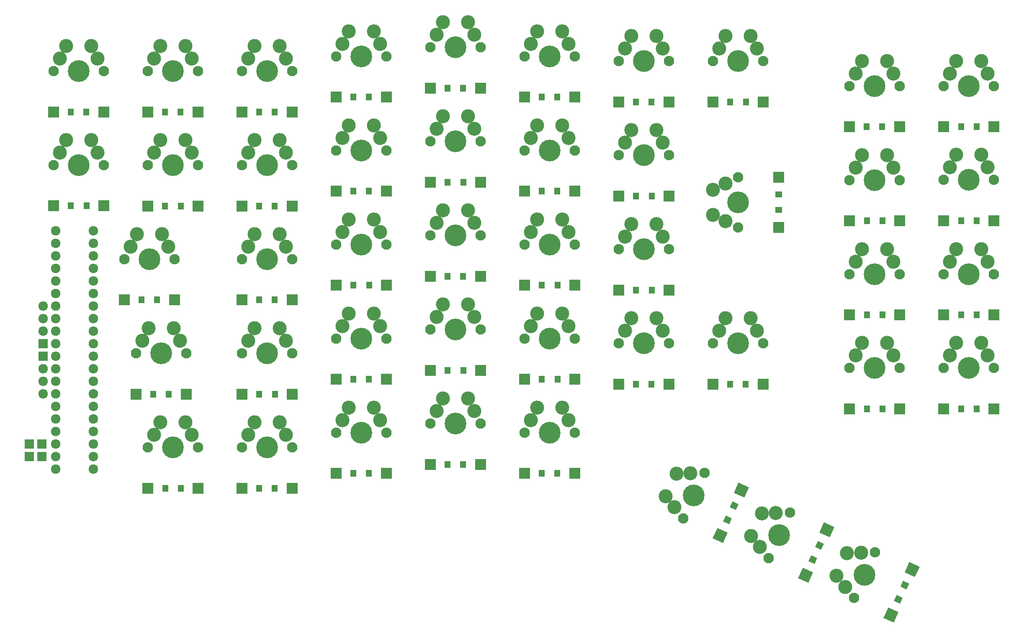
<source format=gts>
G04 This is an RS-274x file exported by *
G04 gerbv version 2.6.0 *
G04 More information is available about gerbv at *
G04 http://gerbv.gpleda.org/ *
G04 --End of header info--*
%MOIN*%
%FSLAX34Y34*%
%IPPOS*%
G04 --Define apertures--*
%ADD10C,0.0039*%
%ADD11R,0.0512X0.0531*%
%ADD12C,0.0827*%
%ADD13R,0.0906X0.0906*%
%ADD14C,0.1117*%
%ADD15C,0.1732*%
%ADD16C,0.0757*%
%ADD17R,0.0757X0.0757*%
%ADD18R,0.0531X0.0512*%
G04 --Start main section--*
G54D11*
G01X0030667Y-040510D03*
G01X0029427Y-040510D03*
G54D12*
G01X0028047Y-037260D03*
G54D13*
G01X0032047Y-040510D03*
G54D14*
G01X0028547Y-036260D03*
G01X0031047Y-035260D03*
G01X0029047Y-035260D03*
G01X0031547Y-036260D03*
G54D15*
G01X0030047Y-037260D03*
G54D13*
G01X0028047Y-040510D03*
G54D12*
G01X0032047Y-037260D03*
G54D16*
G01X0016200Y-033500D03*
G01X0016200Y-034500D03*
G01X0016200Y-035500D03*
G01X0016200Y-036500D03*
G01X0016200Y-040500D03*
G01X0016200Y-039500D03*
G01X0016200Y-038500D03*
G01X0016200Y-037500D03*
G01X0016200Y-032500D03*
G01X0016200Y-031500D03*
G01X0016200Y-030500D03*
G01X0016200Y-029500D03*
G01X0016200Y-028500D03*
G01X0016200Y-027500D03*
G01X0013200Y-027500D03*
G01X0013200Y-028500D03*
G01X0013200Y-029500D03*
G01X0013200Y-030500D03*
G01X0013200Y-031500D03*
G01X0013200Y-032500D03*
G01X0013200Y-033500D03*
G01X0013200Y-034500D03*
G01X0013200Y-035500D03*
G01X0013200Y-036500D03*
G01X0013200Y-037500D03*
G01X0013200Y-038500D03*
G01X0013200Y-039500D03*
G01X0013200Y-040500D03*
G01X0012200Y-038500D03*
G54D17*
G01X0012200Y-037500D03*
G54D16*
G01X0012200Y-039500D03*
G01X0012200Y-040500D03*
G01X0012200Y-035500D03*
G54D17*
G01X0012200Y-036500D03*
G54D16*
G01X0012200Y-034500D03*
G01X0012200Y-033500D03*
G54D11*
G01X0015663Y-018010D03*
G01X0014423Y-018010D03*
G54D12*
G01X0013043Y-014760D03*
G54D13*
G01X0017043Y-018010D03*
G54D14*
G01X0013543Y-013760D03*
G01X0016043Y-012760D03*
G01X0014043Y-012760D03*
G01X0016543Y-013760D03*
G54D15*
G01X0015043Y-014760D03*
G54D13*
G01X0013043Y-018010D03*
G54D12*
G01X0017043Y-014760D03*
G54D10*
G36*
G01X0080958Y-056097D02*
G01X0080477Y-055872D01*
G01X0080693Y-055408D01*
G01X0081175Y-055633D01*
G01X0080958Y-056097D01*
G01X0080958Y-056097D01*
G37*
G36*
G01X0080434Y-057221D02*
G01X0079953Y-056996D01*
G01X0080169Y-056532D01*
G01X0080651Y-056757D01*
G01X0080434Y-057221D01*
G01X0080434Y-057221D01*
G37*
G54D12*
G01X0076773Y-056754D03*
G54D10*
G36*
G01X0081628Y-055104D02*
G01X0080807Y-054721D01*
G01X0081190Y-053900D01*
G01X0082011Y-054283D01*
G01X0081628Y-055104D01*
G01X0081628Y-055104D01*
G37*
G54D14*
G01X0076078Y-055878D03*
G01X0076228Y-053189D03*
G01X0075383Y-055002D03*
G01X0077346Y-053159D03*
G54D15*
G01X0077618Y-054941D03*
G54D10*
G36*
G01X0079937Y-058729D02*
G01X0079117Y-058346D01*
G01X0079499Y-057525D01*
G01X0080320Y-057908D01*
G01X0079937Y-058729D01*
G01X0079937Y-058729D01*
G37*
G54D12*
G01X0078463Y-053128D03*
G54D11*
G01X0086543Y-041689D03*
G01X0085303Y-041689D03*
G54D12*
G01X0083923Y-038439D03*
G54D13*
G01X0087923Y-041689D03*
G54D14*
G01X0084423Y-037439D03*
G01X0086923Y-036439D03*
G01X0084923Y-036439D03*
G01X0087423Y-037439D03*
G54D15*
G01X0085923Y-038439D03*
G54D13*
G01X0083923Y-041689D03*
G54D12*
G01X0087923Y-038439D03*
G54D11*
G01X0086545Y-034195D03*
G01X0085305Y-034195D03*
G54D12*
G01X0083925Y-030945D03*
G54D13*
G01X0087925Y-034195D03*
G54D14*
G01X0084425Y-029945D03*
G01X0086925Y-028945D03*
G01X0084925Y-028945D03*
G01X0087425Y-029945D03*
G54D15*
G01X0085925Y-030945D03*
G54D13*
G01X0083925Y-034195D03*
G54D12*
G01X0087925Y-030945D03*
G54D11*
G01X0086543Y-026689D03*
G01X0085303Y-026689D03*
G54D12*
G01X0083923Y-023439D03*
G54D13*
G01X0087923Y-026689D03*
G54D14*
G01X0084423Y-022439D03*
G01X0086923Y-021439D03*
G01X0084923Y-021439D03*
G01X0087423Y-022439D03*
G54D15*
G01X0085923Y-023439D03*
G54D13*
G01X0083923Y-026689D03*
G54D12*
G01X0087923Y-023439D03*
G54D11*
G01X0086545Y-019195D03*
G01X0085305Y-019195D03*
G54D12*
G01X0083925Y-015945D03*
G54D13*
G01X0087925Y-019195D03*
G54D14*
G01X0084425Y-014945D03*
G01X0086925Y-013945D03*
G01X0084925Y-013945D03*
G01X0087425Y-014945D03*
G54D15*
G01X0085925Y-015945D03*
G54D13*
G01X0083925Y-019195D03*
G54D12*
G01X0087925Y-015945D03*
G54D10*
G36*
G01X0074163Y-052927D02*
G01X0073681Y-052703D01*
G01X0073898Y-052239D01*
G01X0074379Y-052464D01*
G01X0074163Y-052927D01*
G01X0074163Y-052927D01*
G37*
G36*
G01X0073639Y-054051D02*
G01X0073157Y-053827D01*
G01X0073374Y-053363D01*
G01X0073855Y-053588D01*
G01X0073639Y-054051D01*
G01X0073639Y-054051D01*
G37*
G54D12*
G01X0069978Y-053584D03*
G54D10*
G36*
G01X0074833Y-051934D02*
G01X0074012Y-051552D01*
G01X0074395Y-050731D01*
G01X0075215Y-051114D01*
G01X0074833Y-051934D01*
G01X0074833Y-051934D01*
G37*
G54D14*
G01X0069283Y-052708D03*
G01X0069433Y-050020D03*
G01X0068588Y-051833D03*
G01X0070550Y-049990D03*
G54D15*
G01X0070823Y-051772D03*
G54D10*
G36*
G01X0073142Y-055559D02*
G01X0072321Y-055177D01*
G01X0072704Y-054356D01*
G01X0073525Y-054739D01*
G01X0073142Y-055559D01*
G01X0073142Y-055559D01*
G37*
G54D12*
G01X0071668Y-049959D03*
G54D11*
G01X0079046Y-041692D03*
G01X0077806Y-041692D03*
G54D12*
G01X0076426Y-038442D03*
G54D13*
G01X0080426Y-041692D03*
G54D14*
G01X0076926Y-037442D03*
G01X0079426Y-036442D03*
G01X0077426Y-036442D03*
G01X0079926Y-037442D03*
G54D15*
G01X0078426Y-038442D03*
G54D13*
G01X0076426Y-041692D03*
G54D12*
G01X0080426Y-038442D03*
G54D11*
G01X0079045Y-034195D03*
G01X0077805Y-034195D03*
G54D12*
G01X0076425Y-030945D03*
G54D13*
G01X0080425Y-034195D03*
G54D14*
G01X0076925Y-029945D03*
G01X0079425Y-028945D03*
G01X0077425Y-028945D03*
G01X0079925Y-029945D03*
G54D15*
G01X0078425Y-030945D03*
G54D13*
G01X0076425Y-034195D03*
G54D12*
G01X0080425Y-030945D03*
G54D11*
G01X0079045Y-026695D03*
G01X0077805Y-026695D03*
G54D12*
G01X0076425Y-023445D03*
G54D13*
G01X0080425Y-026695D03*
G54D14*
G01X0076925Y-022445D03*
G01X0079425Y-021445D03*
G01X0077425Y-021445D03*
G01X0079925Y-022445D03*
G54D15*
G01X0078425Y-023445D03*
G54D13*
G01X0076425Y-026695D03*
G54D12*
G01X0080425Y-023445D03*
G54D11*
G01X0079026Y-019195D03*
G01X0077785Y-019195D03*
G54D12*
G01X0076406Y-015945D03*
G54D13*
G01X0080406Y-019195D03*
G54D14*
G01X0076906Y-014945D03*
G01X0079406Y-013945D03*
G01X0077406Y-013945D03*
G01X0079906Y-014945D03*
G54D15*
G01X0078406Y-015945D03*
G54D13*
G01X0076406Y-019195D03*
G54D12*
G01X0080406Y-015945D03*
G54D11*
G01X0068163Y-039722D03*
G01X0066923Y-039722D03*
G54D12*
G01X0065543Y-036472D03*
G54D13*
G01X0069543Y-039722D03*
G54D14*
G01X0066043Y-035472D03*
G01X0068543Y-034472D03*
G01X0066543Y-034472D03*
G01X0069043Y-035472D03*
G54D15*
G01X0067543Y-036472D03*
G54D13*
G01X0065543Y-039722D03*
G54D12*
G01X0069543Y-036472D03*
G54D18*
G01X0070795Y-024601D03*
G01X0070795Y-025841D03*
G54D12*
G01X0067545Y-027221D03*
G54D13*
G01X0070795Y-023221D03*
G54D14*
G01X0066545Y-026721D03*
G01X0065545Y-024221D03*
G01X0065545Y-026221D03*
G01X0066545Y-023721D03*
G54D15*
G01X0067545Y-025221D03*
G54D13*
G01X0070795Y-027221D03*
G54D12*
G01X0067545Y-023221D03*
G54D11*
G01X0068167Y-017222D03*
G01X0066927Y-017222D03*
G54D12*
G01X0065547Y-013972D03*
G54D13*
G01X0069547Y-017222D03*
G54D14*
G01X0066047Y-012972D03*
G01X0068547Y-011972D03*
G01X0066547Y-011972D03*
G01X0069047Y-012972D03*
G54D15*
G01X0067547Y-013972D03*
G54D13*
G01X0065547Y-017222D03*
G54D12*
G01X0069547Y-013972D03*
G54D11*
G01X0060663Y-039722D03*
G01X0059423Y-039722D03*
G54D12*
G01X0058043Y-036472D03*
G54D13*
G01X0062043Y-039722D03*
G54D14*
G01X0058543Y-035472D03*
G01X0061043Y-034472D03*
G01X0059043Y-034472D03*
G01X0061543Y-035472D03*
G54D15*
G01X0060043Y-036472D03*
G54D13*
G01X0058043Y-039722D03*
G54D12*
G01X0062043Y-036472D03*
G54D11*
G01X0060666Y-032222D03*
G01X0059426Y-032222D03*
G54D12*
G01X0058046Y-028972D03*
G54D13*
G01X0062046Y-032222D03*
G54D14*
G01X0058546Y-027972D03*
G01X0061046Y-026972D03*
G01X0059046Y-026972D03*
G01X0061546Y-027972D03*
G54D15*
G01X0060046Y-028972D03*
G54D13*
G01X0058046Y-032222D03*
G54D12*
G01X0062046Y-028972D03*
G54D11*
G01X0060668Y-024721D03*
G01X0059428Y-024721D03*
G54D12*
G01X0058048Y-021471D03*
G54D13*
G01X0062048Y-024721D03*
G54D14*
G01X0058548Y-020471D03*
G01X0061048Y-019471D03*
G01X0059048Y-019471D03*
G01X0061548Y-020471D03*
G54D15*
G01X0060048Y-021471D03*
G54D13*
G01X0058048Y-024721D03*
G54D12*
G01X0062048Y-021471D03*
G54D11*
G01X0060659Y-017226D03*
G01X0059419Y-017226D03*
G54D12*
G01X0058039Y-013976D03*
G54D13*
G01X0062039Y-017226D03*
G54D14*
G01X0058539Y-012976D03*
G01X0061039Y-011976D03*
G01X0059039Y-011976D03*
G01X0061539Y-012976D03*
G54D15*
G01X0060039Y-013976D03*
G54D13*
G01X0058039Y-017226D03*
G54D12*
G01X0062039Y-013976D03*
G54D11*
G01X0053163Y-046829D03*
G01X0051923Y-046829D03*
G54D12*
G01X0050543Y-043579D03*
G54D13*
G01X0054543Y-046829D03*
G54D14*
G01X0051043Y-042579D03*
G01X0053543Y-041579D03*
G01X0051543Y-041579D03*
G01X0054043Y-042579D03*
G54D15*
G01X0052543Y-043579D03*
G54D13*
G01X0050543Y-046829D03*
G54D12*
G01X0054543Y-043579D03*
G54D11*
G01X0053167Y-039329D03*
G01X0051927Y-039329D03*
G54D12*
G01X0050547Y-036079D03*
G54D13*
G01X0054547Y-039329D03*
G54D14*
G01X0051047Y-035079D03*
G01X0053547Y-034079D03*
G01X0051547Y-034079D03*
G01X0054047Y-035079D03*
G54D15*
G01X0052547Y-036079D03*
G54D13*
G01X0050547Y-039329D03*
G54D12*
G01X0054547Y-036079D03*
G54D11*
G01X0053167Y-031830D03*
G01X0051927Y-031830D03*
G54D12*
G01X0050547Y-028580D03*
G54D13*
G01X0054547Y-031830D03*
G54D14*
G01X0051047Y-027580D03*
G01X0053547Y-026580D03*
G01X0051547Y-026580D03*
G01X0054047Y-027580D03*
G54D15*
G01X0052547Y-028580D03*
G54D13*
G01X0050547Y-031830D03*
G54D12*
G01X0054547Y-028580D03*
G54D11*
G01X0053163Y-024329D03*
G01X0051923Y-024329D03*
G54D12*
G01X0050543Y-021079D03*
G54D13*
G01X0054543Y-024329D03*
G54D14*
G01X0051043Y-020079D03*
G01X0053543Y-019079D03*
G01X0051543Y-019079D03*
G01X0054043Y-020079D03*
G54D15*
G01X0052543Y-021079D03*
G54D13*
G01X0050543Y-024329D03*
G54D12*
G01X0054543Y-021079D03*
G54D11*
G01X0053163Y-016829D03*
G01X0051923Y-016829D03*
G54D12*
G01X0050543Y-013579D03*
G54D13*
G01X0054543Y-016829D03*
G54D14*
G01X0051043Y-012579D03*
G01X0053543Y-011579D03*
G01X0051543Y-011579D03*
G01X0054043Y-012579D03*
G54D15*
G01X0052543Y-013579D03*
G54D13*
G01X0050543Y-016829D03*
G54D12*
G01X0054543Y-013579D03*
G54D11*
G01X0045663Y-046120D03*
G01X0044423Y-046120D03*
G54D12*
G01X0043043Y-042870D03*
G54D13*
G01X0047043Y-046120D03*
G54D14*
G01X0043543Y-041870D03*
G01X0046043Y-040870D03*
G01X0044043Y-040870D03*
G01X0046543Y-041870D03*
G54D15*
G01X0045043Y-042870D03*
G54D13*
G01X0043043Y-046120D03*
G54D12*
G01X0047043Y-042870D03*
G54D11*
G01X0045667Y-038620D03*
G01X0044427Y-038620D03*
G54D12*
G01X0043047Y-035370D03*
G54D13*
G01X0047047Y-038620D03*
G54D14*
G01X0043547Y-034370D03*
G01X0046047Y-033370D03*
G01X0044047Y-033370D03*
G01X0046547Y-034370D03*
G54D15*
G01X0045047Y-035370D03*
G54D13*
G01X0043047Y-038620D03*
G54D12*
G01X0047047Y-035370D03*
G54D11*
G01X0045663Y-031120D03*
G01X0044423Y-031120D03*
G54D12*
G01X0043043Y-027870D03*
G54D13*
G01X0047043Y-031120D03*
G54D14*
G01X0043543Y-026870D03*
G01X0046043Y-025870D03*
G01X0044043Y-025870D03*
G01X0046543Y-026870D03*
G54D15*
G01X0045043Y-027870D03*
G54D13*
G01X0043043Y-031120D03*
G54D12*
G01X0047043Y-027870D03*
G54D11*
G01X0045667Y-023620D03*
G01X0044427Y-023620D03*
G54D12*
G01X0043047Y-020370D03*
G54D13*
G01X0047047Y-023620D03*
G54D14*
G01X0043547Y-019370D03*
G01X0046047Y-018370D03*
G01X0044047Y-018370D03*
G01X0046547Y-019370D03*
G54D15*
G01X0045047Y-020370D03*
G54D13*
G01X0043047Y-023620D03*
G54D12*
G01X0047047Y-020370D03*
G54D11*
G01X0045663Y-016120D03*
G01X0044423Y-016120D03*
G54D12*
G01X0043043Y-012870D03*
G54D13*
G01X0047043Y-016120D03*
G54D14*
G01X0043543Y-011870D03*
G01X0046043Y-010870D03*
G01X0044043Y-010870D03*
G01X0046543Y-011870D03*
G54D15*
G01X0045043Y-012870D03*
G54D13*
G01X0043043Y-016120D03*
G54D12*
G01X0047043Y-012870D03*
G54D11*
G01X0038163Y-046829D03*
G01X0036923Y-046829D03*
G54D12*
G01X0035543Y-043579D03*
G54D13*
G01X0039543Y-046829D03*
G54D14*
G01X0036043Y-042579D03*
G01X0038543Y-041579D03*
G01X0036543Y-041579D03*
G01X0039043Y-042579D03*
G54D15*
G01X0037543Y-043579D03*
G54D13*
G01X0035543Y-046829D03*
G54D12*
G01X0039543Y-043579D03*
G54D11*
G01X0038163Y-039329D03*
G01X0036923Y-039329D03*
G54D12*
G01X0035543Y-036079D03*
G54D13*
G01X0039543Y-039329D03*
G54D14*
G01X0036043Y-035079D03*
G01X0038543Y-034079D03*
G01X0036543Y-034079D03*
G01X0039043Y-035079D03*
G54D15*
G01X0037543Y-036079D03*
G54D13*
G01X0035543Y-039329D03*
G54D12*
G01X0039543Y-036079D03*
G54D11*
G01X0038167Y-031829D03*
G01X0036927Y-031829D03*
G54D12*
G01X0035547Y-028579D03*
G54D13*
G01X0039547Y-031829D03*
G54D14*
G01X0036047Y-027579D03*
G01X0038547Y-026579D03*
G01X0036547Y-026579D03*
G01X0039047Y-027579D03*
G54D15*
G01X0037547Y-028579D03*
G54D13*
G01X0035547Y-031829D03*
G54D12*
G01X0039547Y-028579D03*
G54D11*
G01X0038163Y-024329D03*
G01X0036923Y-024329D03*
G54D12*
G01X0035543Y-021079D03*
G54D13*
G01X0039543Y-024329D03*
G54D14*
G01X0036043Y-020079D03*
G01X0038543Y-019079D03*
G01X0036543Y-019079D03*
G01X0039043Y-020079D03*
G54D15*
G01X0037543Y-021079D03*
G54D13*
G01X0035543Y-024329D03*
G54D12*
G01X0039543Y-021079D03*
G54D11*
G01X0038163Y-016829D03*
G01X0036923Y-016829D03*
G54D12*
G01X0035543Y-013579D03*
G54D13*
G01X0039543Y-016829D03*
G54D14*
G01X0036043Y-012579D03*
G01X0038543Y-011579D03*
G01X0036543Y-011579D03*
G01X0039043Y-012579D03*
G54D15*
G01X0037543Y-013579D03*
G54D13*
G01X0035543Y-016829D03*
G54D12*
G01X0039543Y-013579D03*
G54D11*
G01X0030663Y-048010D03*
G01X0029423Y-048010D03*
G54D12*
G01X0028043Y-044760D03*
G54D13*
G01X0032043Y-048010D03*
G54D14*
G01X0028543Y-043760D03*
G01X0031043Y-042760D03*
G01X0029043Y-042760D03*
G01X0031543Y-043760D03*
G54D15*
G01X0030043Y-044760D03*
G54D13*
G01X0028043Y-048010D03*
G54D12*
G01X0032043Y-044760D03*
G54D11*
G01X0030663Y-033006D03*
G01X0029423Y-033006D03*
G54D12*
G01X0028043Y-029756D03*
G54D13*
G01X0032043Y-033006D03*
G54D14*
G01X0028543Y-028756D03*
G01X0031043Y-027756D03*
G01X0029043Y-027756D03*
G01X0031543Y-028756D03*
G54D15*
G01X0030043Y-029756D03*
G54D13*
G01X0028043Y-033006D03*
G54D12*
G01X0032043Y-029756D03*
G54D11*
G01X0030663Y-025510D03*
G01X0029423Y-025510D03*
G54D12*
G01X0028043Y-022260D03*
G54D13*
G01X0032043Y-025510D03*
G54D14*
G01X0028543Y-021260D03*
G01X0031043Y-020260D03*
G01X0029043Y-020260D03*
G01X0031543Y-021260D03*
G54D15*
G01X0030043Y-022260D03*
G54D13*
G01X0028043Y-025510D03*
G54D12*
G01X0032043Y-022260D03*
G54D11*
G01X0030663Y-018010D03*
G01X0029423Y-018010D03*
G54D12*
G01X0028043Y-014760D03*
G54D13*
G01X0032043Y-018010D03*
G54D14*
G01X0028543Y-013760D03*
G01X0031043Y-012760D03*
G01X0029043Y-012760D03*
G01X0031543Y-013760D03*
G54D15*
G01X0030043Y-014760D03*
G54D13*
G01X0028043Y-018010D03*
G54D12*
G01X0032043Y-014760D03*
G54D11*
G01X0023171Y-048010D03*
G01X0021931Y-048010D03*
G54D12*
G01X0020551Y-044760D03*
G54D13*
G01X0024551Y-048010D03*
G54D14*
G01X0021051Y-043760D03*
G01X0023551Y-042760D03*
G01X0021551Y-042760D03*
G01X0024051Y-043760D03*
G54D15*
G01X0022551Y-044760D03*
G54D13*
G01X0020551Y-048010D03*
G54D12*
G01X0024551Y-044760D03*
G54D11*
G01X0022226Y-040510D03*
G01X0020986Y-040510D03*
G54D12*
G01X0019606Y-037260D03*
G54D13*
G01X0023606Y-040510D03*
G54D14*
G01X0020106Y-036260D03*
G01X0022606Y-035260D03*
G01X0020606Y-035260D03*
G01X0023106Y-036260D03*
G54D15*
G01X0021606Y-037260D03*
G54D13*
G01X0019606Y-040510D03*
G54D12*
G01X0023606Y-037260D03*
G54D11*
G01X0021293Y-033006D03*
G01X0020053Y-033006D03*
G54D12*
G01X0018673Y-029756D03*
G54D13*
G01X0022673Y-033006D03*
G54D14*
G01X0019173Y-028756D03*
G01X0021673Y-027756D03*
G01X0019673Y-027756D03*
G01X0022173Y-028756D03*
G54D15*
G01X0020673Y-029756D03*
G54D13*
G01X0018673Y-033006D03*
G54D12*
G01X0022673Y-029756D03*
G54D11*
G01X0023167Y-025510D03*
G01X0021927Y-025510D03*
G54D12*
G01X0020547Y-022260D03*
G54D13*
G01X0024547Y-025510D03*
G54D14*
G01X0021047Y-021260D03*
G01X0023547Y-020260D03*
G01X0021547Y-020260D03*
G01X0024047Y-021260D03*
G54D15*
G01X0022547Y-022260D03*
G54D13*
G01X0020547Y-025510D03*
G54D12*
G01X0024547Y-022260D03*
G54D11*
G01X0023163Y-018010D03*
G01X0021923Y-018010D03*
G54D12*
G01X0020543Y-014760D03*
G54D13*
G01X0024543Y-018010D03*
G54D14*
G01X0021043Y-013760D03*
G01X0023543Y-012760D03*
G01X0021543Y-012760D03*
G01X0024043Y-013760D03*
G54D15*
G01X0022543Y-014760D03*
G54D13*
G01X0020543Y-018010D03*
G54D12*
G01X0024543Y-014760D03*
G54D11*
G01X0015667Y-025506D03*
G01X0014427Y-025506D03*
G54D12*
G01X0013047Y-022256D03*
G54D13*
G01X0017047Y-025506D03*
G54D14*
G01X0013547Y-021256D03*
G01X0016047Y-020256D03*
G01X0014047Y-020256D03*
G01X0016547Y-021256D03*
G54D15*
G01X0015047Y-022256D03*
G54D13*
G01X0013047Y-025506D03*
G54D12*
G01X0017047Y-022256D03*
G54D16*
G01X0016200Y-040500D03*
G01X0016200Y-039500D03*
G01X0016200Y-038500D03*
G01X0016200Y-037500D03*
G01X0016200Y-033500D03*
G01X0016200Y-034500D03*
G01X0016200Y-035500D03*
G01X0016200Y-036500D03*
G01X0016200Y-041500D03*
G01X0016200Y-042500D03*
G01X0016200Y-043500D03*
G01X0016200Y-044500D03*
G01X0016200Y-045500D03*
G01X0016200Y-046500D03*
G01X0013200Y-046500D03*
G01X0013200Y-045500D03*
G01X0013200Y-044500D03*
G01X0013200Y-043500D03*
G01X0013200Y-042500D03*
G01X0013200Y-041500D03*
G01X0013200Y-040500D03*
G01X0013200Y-039500D03*
G01X0013200Y-038500D03*
G01X0013200Y-037500D03*
G01X0013200Y-036500D03*
G01X0013200Y-035500D03*
G01X0013200Y-034500D03*
G01X0013200Y-033500D03*
G54D10*
G36*
G01X0067364Y-049758D02*
G01X0066882Y-049534D01*
G01X0067098Y-049070D01*
G01X0067580Y-049294D01*
G01X0067364Y-049758D01*
G01X0067364Y-049758D01*
G37*
G36*
G01X0066840Y-050882D02*
G01X0066358Y-050657D01*
G01X0066574Y-050194D01*
G01X0067056Y-050418D01*
G01X0066840Y-050882D01*
G01X0066840Y-050882D01*
G37*
G54D12*
G01X0063178Y-050415D03*
G54D10*
G36*
G01X0068033Y-048765D02*
G01X0067213Y-048382D01*
G01X0067595Y-047562D01*
G01X0068416Y-047944D01*
G01X0068033Y-048765D01*
G01X0068033Y-048765D01*
G37*
G54D14*
G01X0062483Y-049539D03*
G01X0062634Y-046851D03*
G01X0061788Y-048663D03*
G01X0063751Y-046820D03*
G54D15*
G01X0064024Y-048602D03*
G54D10*
G36*
G01X0066343Y-052390D02*
G01X0065522Y-052007D01*
G01X0065905Y-051187D01*
G01X0066726Y-051569D01*
G01X0066343Y-052390D01*
G01X0066343Y-052390D01*
G37*
G54D12*
G01X0064869Y-046790D03*
G54D17*
G01X0012100Y-045500D03*
G01X0012100Y-044500D03*
G01X0011100Y-045500D03*
G01X0011100Y-044500D03*
M02*

</source>
